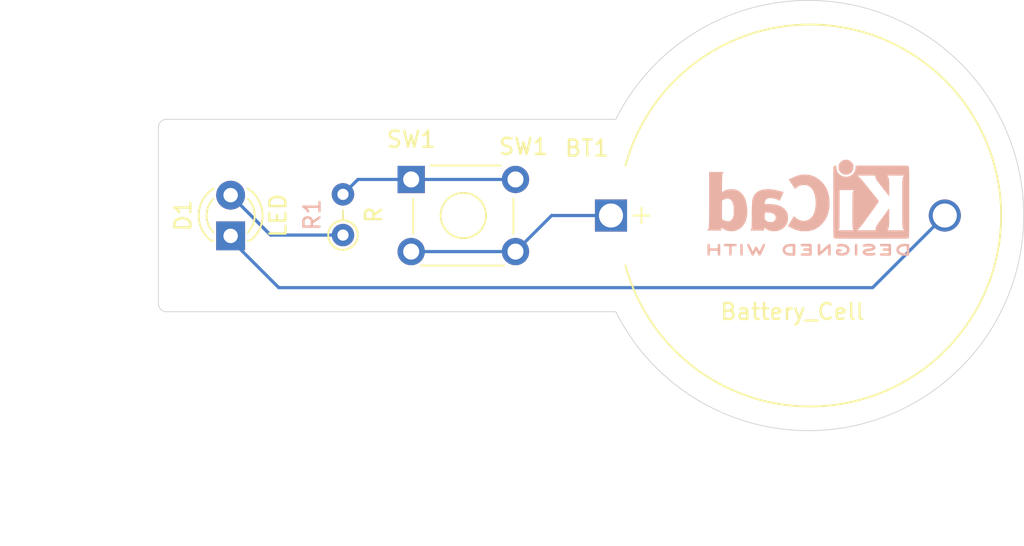
<source format=kicad_pcb>
(kicad_pcb (version 20241229) (generator "pcbnew") (generator_version "9.0")
  (title_block (date "2025-09-30"))
  (layers (0 "F.Cu" signal) (2 "B.Cu" signal) (13 "F.Paste" user) (15 "B.Paste" user) (5 "F.SilkS" user "F.Silkscreen") (7 "B.SilkS" user "B.Silkscreen") (1 "F.Mask" user) (3 "B.Mask" user) (25 "Edge.Cuts" user))
  (net 0 "")
  (net 1 "/battery_positive")
  (net 2 "/LED_cathode")
  (net 3 "/LED_anode")
  (net 4 "Net-(SW1-A)")
  (footprint "LED_THT:LED_D3.0mm" (layer "F.Cu") (at 123.5 96.77 90)
    (property "Reference" "D1" (at 1.27 -2.96 90) (layer "F.SilkS"))
    (property "Value" "LED" (at 1.27 2.96 90) (layer "F.SilkS"))
    (fp_line (start -0.29 -1.236) (end -0.29 -1.08) (stroke (width 0.12)) (layer "F.SilkS"))
    (fp_line (start -0.29 1.08) (end -0.29 1.236) (stroke (width 0.12)) (layer "F.SilkS"))
    (fp_arc (start -0.29 -1.235516) (mid 1.365624 -1.987701) (end 2.941397 -1.080061) (stroke (width 0.12)) (layer "F.SilkS"))
    (fp_arc (start 0.229039 -1.08) (mid 1.269964 -1.5) (end 2.31091 -1.080049) (stroke (width 0.12)) (layer "F.SilkS"))
    (fp_arc (start 2.31091 1.080049) (mid 1.269964 1.5) (end 0.229039 1.08) (stroke (width 0.12)) (layer "F.SilkS"))
    (fp_arc (start 2.941397 1.080061) (mid 1.365624 1.987701) (end -0.29 1.235516) (stroke (width 0.12)) (layer "F.SilkS"))
    (pad "1" thru_hole rect (at 0 0 90) (size 1.8 1.8) (drill 0.9) (layers "*.Cu" "*.Mask") (net 2 "/LED_cathode"))
    (pad "2" thru_hole circle (at 2.54 0 90) (size 1.8 1.8) (drill 0.9) (layers "*.Cu" "*.Mask") (net 3 "/LED_anode"))
  )
  (footprint "Resistor_THT:R_Axial_DIN0204_L3.6mm_D1.6mm_P2.54mm_Vertical" (layer "F.Cu") (at 130.5 96.72 90)
    (property "Reference" "R1" (at 1.27 -1.92 90) (layer "B.SilkS"))
    (property "Value" "R" (at 1.27 1.92 90) (layer "F.SilkS"))
    (fp_line (start 0.92 0) (end 1.54 0) (stroke (width 0.12)) (layer "F.SilkS"))
    (fp_circle (center 0 0) (end 0.92 0) (stroke (width 0.12)) (fill no) (layer "F.SilkS"))
    (pad "1" thru_hole circle (at 0 0 90) (size 1.4 1.4) (drill 0.7) (layers "*.Cu" "*.Mask") (net 3 "/LED_anode"))
    (pad "2" thru_hole oval (at 2.54 0 90) (size 1.4 1.4) (drill 0.7) (layers "*.Cu" "*.Mask") (net 4 "Net-(SW1-A)"))
  )
  (footprint "Button_Switch_THT:SW_TH_Tactile_Omron_B3F-10xx" (layer "F.Cu") (at 134.75 93.25)
    (property "Reference" "SW1" (at 7 -2.05 0) (layer "F.SilkS"))
    (property "Value" "SW_SPST" (hide yes))
    (fp_line (start 0.13 3.4) (end 0.13 1.2) (stroke (width 0.12)) (layer "F.SilkS"))
    (fp_line (start 0.6 5.37) (end 5.8 5.37) (stroke (width 0.12)) (layer "F.SilkS"))
    (fp_line (start 1.2 -0.87) (end 5.6 -0.87) (stroke (width 0.12)) (layer "F.SilkS"))
    (fp_line (start 6.37 1.2) (end 6.37 3.4) (stroke (width 0.12)) (layer "F.SilkS"))
    (fp_circle (center 3.25 2.25) (end 4.25 3.25) (stroke (width 0.12)) (fill no) (layer "F.SilkS"))
    (fp_text user "${REFERENCE}" (at 0 -2.5 0) (layer "F.SilkS"))
    (pad "1" thru_hole rect (at 0 0) (size 1.7 1.7) (drill 1) (layers "*.Cu" "*.Mask") (net 4 "Net-(SW1-A)"))
    (pad "1" thru_hole circle (at 6.5 0) (size 1.7 1.7) (drill 1) (layers "*.Cu" "*.Mask") (net 4 "Net-(SW1-A)"))
    (pad "2" thru_hole circle (at 0 4.5) (size 1.7 1.7) (drill 1) (layers "*.Cu" "*.Mask") (net 1 "/battery_positive"))
    (pad "2" thru_hole circle (at 6.5 4.5) (size 1.7 1.7) (drill 1) (layers "*.Cu" "*.Mask") (net 1 "/battery_positive"))
  )
  (footprint "Battery:BatteryHolder_MYOUNG_BS-07-A1BJ001_CR2032" (layer "F.Cu") (at 147.2 95.5)
    (property "Reference" "BT1" (at -1.5 -4.2 0) (layer "F.SilkS"))
    (property "Value" "Battery_Cell" (at 11.3 6 0) (layer "F.SilkS"))
    (fp_line (start 1.4 0) (end 2.4 0) (stroke (width 0.12)) (layer "F.SilkS"))
    (fp_line (start 1.9 -0.5) (end 1.9 0.5) (stroke (width 0.12)) (layer "F.SilkS"))
    (fp_arc (start 0.900001 -3.1) (mid 24.310499 0) (end 0.900001 3.1) (stroke (width 0.12)) (layer "F.SilkS"))
    (pad "1" thru_hole rect (at 0 0 180) (size 2 2) (drill 1.5) (layers "*.Cu" "*.Mask") (net 1 "/battery_positive"))
    (pad "2" thru_hole circle (at 20.8 0 180) (size 2 2) (drill 1.5) (layers "*.Cu" "*.Mask") (net 2 "/LED_cathode"))
  )
  (footprint "Symbol:KiCad-Logo2_5mm_SilkScreen" (layer "B.Cu") (at 159.5 95 180)
    (property "Reference" "REF**" (hide yes))
    (property "Value" "KiCad-Logo2_5mm_SilkScreen" (hide yes))
    (fp_poly (pts (xy 4.188614 -2.275877) (xy 4.212327 -2.290647) (xy 4.238978 -2.312227) (xy 4.238978 -2.633773) (xy 4.238893 -2.72783) (xy 4.238529 -2.801932) (xy 4.237724 -2.858704) (xy 4.236313 -2.900768) (xy 4.234133 -2.930748) (xy 4.231021 -2.951267) (xy 4.226814 -2.964949) (xy 4.221348 -2.974416) (xy 4.217472 -2.979082) (xy 4.186034 -2.999575) (xy 4.150233 -2.998739) (xy 4.118873 -2.981264) (xy 4.092222 -2.959684) (xy 4.092222 -2.312227) (xy 4.118873 -2.290647) (xy 4.144594 -2.274949) (xy 4.1656 -2.269067) (xy 4.188614 -2.275877)) (stroke (width 0.01)) (fill yes) (layer "B.SilkS"))
    (fp_poly (pts (xy -2.923822 -2.291645) (xy -2.917242 -2.299218) (xy -2.912079 -2.308987) (xy -2.908164 -2.323571) (xy -2.905324 -2.345585) (xy -2.903387 -2.377648) (xy -2.902183 -2.422375) (xy -2.901539 -2.482385) (xy -2.901284 -2.560294) (xy -2.901245 -2.635956) (xy -2.901314 -2.729802) (xy -2.901638 -2.803689) (xy -2.902386 -2.860232) (xy -2.903732 -2.902049) (xy -2.905846 -2.931757) (xy -2.9089 -2.951973) (xy -2.913066 -2.965314) (xy -2.918516 -2.974398) (xy -2.923822 -2.980267) (xy -2.956826 -2.999947) (xy -2.991991 -2.998181) (xy -3.023455 -2.976717) (xy -3.030684 -2.968337) (xy -3.036334 -2.958614) (xy -3.040599 -2.944861) (xy -3.043673 -2.924389) (xy -3.045752 -2.894512) (xy -3.04703 -2.852541) (xy -3.047701 -2.795789) (xy -3.047959 -2.721567) (xy -3.048 -2.637537) (xy -3.048 -2.324485) (xy -3.020291 -2.296776) (xy -2.986137 -2.273463) (xy -2.953006 -2.272623) (xy -2.923822 -2.291645)) (stroke (width 0.01)) (fill yes) (layer "B.SilkS"))
    (fp_poly (pts (xy -2.273043 2.973429) (xy -2.176768 2.949191) (xy -2.090184 2.906359) (xy -2.015373 2.846581) (xy -1.954418 2.771506) (xy -1.909399 2.68278) (xy -1.883136 2.58647) (xy -1.877286 2.489205) (xy -1.89214 2.395346) (xy -1.92584 2.307489) (xy -1.976528 2.22823) (xy -2.042345 2.160164) (xy -2.121434 2.105888) (xy -2.211934 2.067998) (xy -2.2632 2.055574) (xy -2.307698 2.048053) (xy -2.341999 2.045081) (xy -2.37496 2.046906) (xy -2.415434 2.053775) (xy -2.448531 2.06075) (xy -2.541947 2.092259) (xy -2.625619 2.143383) (xy -2.697665 2.212571) (xy -2.7562 2.298272) (xy -2.770148 2.325511) (xy -2.786586 2.361878) (xy -2.796894 2.392418) (xy -2.80246 2.42455) (xy -2.804669 2.465693) (xy -2.804948 2.511778) (xy -2.800861 2.596135) (xy -2.787446 2.665414) (xy -2.762256 2.726039) (xy -2.722846 2.784433) (xy -2.684298 2.828698) (xy -2.612406 2.894516) (xy -2.537313 2.939947) (xy -2.454562 2.96715) (xy -2.376928 2.977424) (xy -2.273043 2.973429)) (stroke (width 0.01)) (fill yes) (layer "B.SilkS"))
    (fp_poly (pts (xy 4.963065 -2.269163) (xy 5.041772 -2.269542) (xy 5.102863 -2.270333) (xy 5.148817 -2.27167) (xy 5.182114 -2.273683) (xy 5.205236 -2.276506) (xy 5.220662 -2.280269) (xy 5.230871 -2.285105) (xy 5.235813 -2.288822) (xy 5.261457 -2.321358) (xy 5.264559 -2.355138) (xy 5.248711 -2.385826) (xy 5.238348 -2.398089) (xy 5.227196 -2.40645) (xy 5.211035 -2.411657) (xy 5.185642 -2.414457) (xy 5.146798 -2.415596) (xy 5.09028 -2.415821) (xy 5.07918 -2.415822) (xy 4.933244 -2.415822) (xy 4.933244 -2.686756) (xy 4.933148 -2.772154) (xy 4.932711 -2.837864) (xy 4.931712 -2.886774) (xy 4.929928 -2.921773) (xy 4.927137 -2.945749) (xy 4.923117 -2.961593) (xy 4.917645 -2.972191) (xy 4.910666 -2.980267) (xy 4.877734 -3.000112) (xy 4.843354 -2.998548) (xy 4.812176 -2.975906) (xy 4.809886 -2.9731) (xy 4.802429 -2.962492) (xy 4.796747 -2.950081) (xy 4.792601 -2.93285) (xy 4.78975 -2.907784) (xy 4.787954 -2.871867) (xy 4.786972 -2.822083) (xy 4.786564 -2.755417) (xy 4.786489 -2.679589) (xy 4.786489 -2.415822) (xy 4.647127 -2.415822) (xy 4.587322 -2.415418) (xy 4.545918 -2.41384) (xy 4.518748 -2.410547) (xy 4.501646 -2.404992) (xy 4.490443 -2.396631) (xy 4.489083 -2.395178) (xy 4.472725 -2.361939) (xy 4.474172 -2.324362) (xy 4.492978 -2.291645) (xy 4.50025 -2.285298) (xy 4.509627 -2.280266) (xy 4.523609 -2.276396) (xy 4.544696 -2.273537) (xy 4.575389 -2.271535) (xy 4.618189 -2.270239) (xy 4.675595 -2.269498) (xy 4.75011 -2.269158) (xy 4.844233 -2.269068) (xy 4.86426 -2.269067) (xy 4.963065 -2.269163)) (stroke (width 0.01)) (fill yes) (layer "B.SilkS"))
    (fp_poly (pts (xy 6.228823 -2.274533) (xy 6.260202 -2.296776) (xy 6.287911 -2.324485) (xy 6.287911 -2.63392) (xy 6.287838 -2.725799) (xy 6.287495 -2.79784) (xy 6.286692 -2.85278) (xy 6.285241 -2.89336) (xy 6.282952 -2.922317) (xy 6.279636 -2.942391) (xy 6.275105 -2.956321) (xy 6.269169 -2.966845) (xy 6.264514 -2.9731) (xy 6.233783 -2.997673) (xy 6.198496 -3.000341) (xy 6.166245 -2.985271) (xy 6.155588 -2.976374) (xy 6.148464 -2.964557) (xy 6.144167 -2.945526) (xy 6.141991 -2.914992) (xy 6.141228 -2.868662) (xy 6.141155 -2.832871) (xy 6.141155 -2.698045) (xy 5.644444 -2.698045) (xy 5.644444 -2.8207) (xy 5.643931 -2.876787) (xy 5.641876 -2.915333) (xy 5.637508 -2.941361) (xy 5.630056 -2.959897) (xy 5.621047 -2.9731) (xy 5.590144 -2.997604) (xy 5.555196 -3.000506) (xy 5.521738 -2.983089) (xy 5.512604 -2.973959) (xy 5.506152 -2.961855) (xy 5.501897 -2.943001) (xy 5.499352 -2.91362) (xy 5.498029 -2.869937) (xy 5.497443 -2.808175) (xy 5.497375 -2.794) (xy 5.496891 -2.677631) (xy 5.496641 -2.581727) (xy 5.496723 -2.504177) (xy 5.497231 -2.442869) (xy 5.498262 -2.39569) (xy 5.499913 -2.36053) (xy 5.502279 -2.335276) (xy 5.505457 -2.317817) (xy 5.509544 -2.306041) (xy 5.514634 -2.297835) (xy 5.520266 -2.291645) (xy 5.552128 -2.271844) (xy 5.585357 -2.274533) (xy 5.616735 -2.296776) (xy 5.629433 -2.311126) (xy 5.637526 -2.326978) (xy 5.642042 -2.349554) (xy 5.644006 -2.384078) (xy 5.644444 -2.435776) (xy 5.644444 -2.551289) (xy 6.141155 -2.551289) (xy 6.141155 -2.432756) (xy 6.141662 -2.378148) (xy 6.143698 -2.341275) (xy 6.148035 -2.317307) (xy 6.155447 -2.301415) (xy 6.163733 -2.291645) (xy 6.195594 -2.271844) (xy 6.228823 -2.274533)) (stroke (width 0.01)) (fill yes) (layer "B.SilkS"))
    (fp_poly (pts (xy 1.018309 -2.269275) (xy 1.147288 -2.273636) (xy 1.256991 -2.286861) (xy 1.349226 -2.309741) (xy 1.425802 -2.34307) (xy 1.488527 -2.387638) (xy 1.539212 -2.444236) (xy 1.579663 -2.513658) (xy 1.580459 -2.515351) (xy 1.604601 -2.577483) (xy 1.613203 -2.632509) (xy 1.606231 -2.687887) (xy 1.583654 -2.751073) (xy 1.579372 -2.760689) (xy 1.550172 -2.816966) (xy 1.517356 -2.860451) (xy 1.475002 -2.897417) (xy 1.41719 -2.934135) (xy 1.413831 -2.936052) (xy 1.363504 -2.960227) (xy 1.306621 -2.978282) (xy 1.239527 -2.990839) (xy 1.158565 -2.998522) (xy 1.060082 -3.001953) (xy 1.025286 -3.002251) (xy 0.859594 -3.002845) (xy 0.836197 -2.9731) (xy 0.829257 -2.963319) (xy 0.823842 -2.951897) (xy 0.819765 -2.936095) (xy 0.816837 -2.913175) (xy 0.814867 -2.880396) (xy 0.814225 -2.856089) (xy 0.970844 -2.856089) (xy 1.064726 -2.856089) (xy 1.119664 -2.854483) (xy 1.17606 -2.850255) (xy 1.222345 -2.844292) (xy 1.225139 -2.84379) (xy 1.307348 -2.821736) (xy 1.371114 -2.7886) (xy 1.418452 -2.742847) (xy 1.451382 -2.682939) (xy 1.457108 -2.667061) (xy 1.462721 -2.642333) (xy 1.460291 -2.617902) (xy 1.448467 -2.5854) (xy 1.44134 -2.569434) (xy 1.418 -2.527006) (xy 1.38988 -2.49724) (xy 1.35894 -2.476511) (xy 1.296966 -2.449537) (xy 1.217651 -2.429998) (xy 1.125253 -2.418746) (xy 1.058333 -2.41627) (xy 0.970844 -2.415822) (xy 0.970844 -2.856089) (xy 0.814225 -2.856089) (xy 0.813668 -2.835021) (xy 0.81305 -2.774311) (xy 0.812825 -2.695526) (xy 0.8128 -2.63392) (xy 0.8128 -2.324485) (xy 0.840509 -2.296776) (xy 0.852806 -2.285544) (xy 0.866103 -2.277853) (xy 0.884672 -2.27304) (xy 0.912786 -2.270446) (xy 0.954717 -2.26941) (xy 1.014737 -2.26927) (xy 1.018309 -2.269275)) (stroke (width 0.01)) (fill yes) (layer "B.SilkS"))
    (fp_poly (pts (xy -6.121371 -2.269066) (xy -6.081889 -2.269467) (xy -5.9662 -2.272259) (xy -5.869311 -2.28055) (xy -5.787919 -2.295232) (xy -5.718723 -2.317193) (xy -5.65842 -2.347322) (xy -5.603708 -2.38651) (xy -5.584167 -2.403532) (xy -5.55175 -2.443363) (xy -5.52252 -2.497413) (xy -5.499991 -2.557323) (xy -5.487679 -2.614739) (xy -5.4864 -2.635956) (xy -5.494417 -2.694769) (xy -5.515899 -2.759013) (xy -5.546999 -2.819821) (xy -5.583866 -2.86833) (xy -5.589854 -2.874182) (xy -5.640579 -2.915321) (xy -5.696125 -2.947435) (xy -5.759696 -2.971365) (xy -5.834494 -2.987953) (xy -5.923722 -2.998041) (xy -6.030582 -3.002469) (xy -6.079528 -3.002845) (xy -6.141762 -3.002545) (xy -6.185528 -3.001292) (xy -6.214931 -2.998554) (xy -6.234079 -2.993801) (xy -6.247077 -2.986501) (xy -6.254045 -2.980267) (xy -6.260626 -2.972694) (xy -6.265788 -2.962924) (xy -6.269703 -2.94834) (xy -6.272543 -2.926326) (xy -6.27448 -2.894264) (xy -6.275684 -2.849536) (xy -6.276328 -2.789526) (xy -6.276583 -2.711617) (xy -6.276622 -2.635956) (xy -6.27687 -2.535041) (xy -6.276817 -2.454427) (xy -6.275857 -2.415822) (xy -6.129867 -2.415822) (xy -6.129867 -2.856089) (xy -6.036734 -2.856004) (xy -5.980693 -2.854396) (xy -5.921999 -2.850256) (xy -5.873028 -2.844464) (xy -5.871538 -2.844226) (xy -5.792392 -2.82509) (xy -5.731002 -2.795287) (xy -5.684305 -2.752878) (xy -5.654635 -2.706961) (xy -5.636353 -2.656026) (xy -5.637771 -2.6082) (xy -5.658988 -2.556933) (xy -5.700489 -2.503899) (xy -5.757998 -2.4646) (xy -5.83275 -2.438331) (xy -5.882708 -2.429035) (xy -5.939416 -2.422507) (xy -5.999519 -2.417782) (xy -6.050639 -2.415817) (xy -6.053667 -2.415808) (xy -6.129867 -2.415822) (xy -6.275857 -2.415822) (xy -6.27526 -2.391851) (xy -6.270998 -2.345055) (xy -6.26283 -2.311778) (xy -6.249556 -2.289759) (xy -6.229974 -2.276739) (xy -6.202883 -2.270457) (xy -6.167082 -2.268653) (xy -6.121371 -2.269066)) (stroke (width 0.01)) (fill yes) (layer "B.SilkS"))
    (fp_poly (pts (xy -1.300114 -2.273448) (xy -1.276548 -2.287273) (xy -1.245735 -2.309881) (xy -1.206078 -2.342338) (xy -1.15598 -2.385708) (xy -1.093843 -2.441058) (xy -1.018072 -2.509451) (xy -0.931334 -2.588084) (xy -0.750711 -2.751878) (xy -0.745067 -2.532029) (xy -0.743029 -2.456351) (xy -0.741063 -2.399994) (xy -0.738734 -2.359706) (xy -0.735606 -2.332235) (xy -0.731245 -2.314329) (xy -0.725216 -2.302737) (xy -0.717084 -2.294208) (xy -0.712772 -2.290623) (xy -0.678241 -2.27167) (xy -0.645383 -2.274441) (xy -0.619318 -2.290633) (xy -0.592667 -2.312199) (xy -0.589352 -2.627151) (xy -0.588435 -2.719779) (xy -0.587968 -2.792544) (xy -0.588113 -2.848161) (xy -0.589032 -2.889342) (xy -0.590887 -2.918803) (xy -0.593839 -2.939255) (xy -0.59805 -2.953413) (xy -0.603682 -2.963991) (xy -0.609927 -2.972474) (xy -0.623439 -2.988207) (xy -0.636883 -2.998636) (xy -0.652124 -3.002639) (xy -0.671026 -2.999094) (xy -0.695455 -2.986879) (xy -0.727273 -2.964871) (xy -0.768348 -2.931949) (xy -0.820542 -2.886991) (xy -0.885722 -2.828875) (xy -0.959556 -2.762099) (xy -1.224845 -2.521458) (xy -1.230489 -2.740589) (xy -1.232531 -2.816128) (xy -1.234502 -2.872354) (xy -1.236839 -2.912524) (xy -1.239981 -2.939896) (xy -1.244364 -2.957728) (xy -1.250424 -2.969279) (xy -1.2586 -2.977807) (xy -1.262784 -2.981282) (xy -1.299765 -3.000372) (xy -1.334708 -2.997493) (xy -1.365136 -2.9731) (xy -1.372097 -2.963286) (xy -1.377523 -2.951826) (xy -1.381603 -2.935968) (xy -1.384529 -2.912963) (xy -1.386492 -2.880062) (xy -1.387683 -2.834516) (xy -1.388292 -2.773573) (xy -1.388511 -2.694486) (xy -1.388534 -2.635956) (xy -1.38846 -2.544407) (xy -1.388113 -2.472687) (xy -1.387301 -2.418045) (xy -1.385833 -2.377732) (xy -1.383519 -2.348998) (xy -1.380167 -2.329093) (xy -1.375588 -2.315268) (xy -1.369589 -2.304772) (xy -1.365136 -2.298811) (xy -1.35385 -2.284691) (xy -1.343301 -2.274029) (xy -1.331893 -2.267892) (xy -1.31803 -2.267343) (xy -1.300114 -2.273448)) (stroke (width 0.01)) (fill yes) (layer "B.SilkS"))
    (fp_poly (pts (xy -1.950081 -2.274599) (xy -1.881565 -2.286095) (xy -1.828943 -2.303967) (xy -1.794708 -2.327499) (xy -1.785379 -2.340924) (xy -1.775893 -2.372148) (xy -1.782277 -2.400395) (xy -1.80243 -2.427182) (xy -1.833745 -2.439713) (xy -1.879183 -2.438696) (xy -1.914326 -2.431906) (xy -1.992419 -2.418971) (xy -2.072226 -2.417742) (xy -2.161555 -2.428241) (xy -2.186229 -2.43269) (xy -2.269291 -2.456108) (xy -2.334273 -2.490945) (xy -2.380461 -2.536604) (xy -2.407145 -2.592494) (xy -2.412663 -2.621388) (xy -2.409051 -2.680012) (xy -2.385729 -2.731879) (xy -2.344824 -2.775978) (xy -2.288459 -2.811299) (xy -2.21876 -2.836829) (xy -2.137852 -2.851559) (xy -2.04786 -2.854478) (xy -1.95091 -2.844575) (xy -1.945436 -2.843641) (xy -1.906875 -2.836459) (xy -1.885494 -2.829521) (xy -1.876227 -2.819227) (xy -1.874006 -2.801976) (xy -1.873956 -2.792841) (xy -1.873956 -2.754489) (xy -1.942431 -2.754489) (xy -2.0029 -2.750347) (xy -2.044165 -2.737147) (xy -2.068175 -2.71373) (xy -2.076877 -2.678936) (xy -2.076983 -2.674394) (xy -2.071892 -2.644654) (xy -2.054433 -2.623419) (xy -2.021939 -2.609366) (xy -1.971743 -2.601173) (xy -1.923123 -2.598161) (xy -1.852456 -2.596433) (xy -1.801198 -2.59907) (xy -1.766239 -2.6088) (xy -1.74447 -2.628353) (xy -1.73278 -2.660456) (xy -1.72806 -2.707838) (xy -1.7272 -2.770071) (xy -1.728609 -2.839535) (xy -1.732848 -2.886786) (xy -1.739936 -2.912012) (xy -1.741311 -2.913988) (xy -1.780228 -2.945508) (xy -1.837286 -2.97047) (xy -1.908869 -2.98834) (xy -1.991358 -2.998586) (xy -2.081139 -3.000673) (xy -2.174592 -2.994068) (xy -2.229556 -2.985956) (xy -2.315766 -2.961554) (xy -2.395892 -2.921662) (xy -2.462977 -2.869887) (xy -2.473173 -2.859539) (xy -2.506302 -2.816035) (xy -2.536194 -2.762118) (xy -2.559357 -2.705592) (xy -2.572298 -2.654259) (xy -2.573858 -2.634544) (xy -2.567218 -2.593419) (xy -2.549568 -2.542252) (xy -2.524297 -2.488394) (xy -2.494789 -2.439195) (xy -2.468719 -2.406334) (xy -2.407765 -2.357452) (xy -2.328969 -2.318545) (xy -2.235157 -2.290494) (xy -2.12915 -2.274179) (xy -2.032 -2.270192) (xy -1.950081 -2.274599)) (stroke (width 0.01)) (fill yes) (layer "B.SilkS"))
    (fp_poly (pts (xy 0.230343 -2.26926) (xy 0.306701 -2.270174) (xy 0.365217 -2.272311) (xy 0.408255 -2.276175) (xy 0.438183 -2.282267) (xy 0.457368 -2.29109) (xy 0.468176 -2.303146) (xy 0.472973 -2.318939) (xy 0.474127 -2.33897) (xy 0.474133 -2.341335) (xy 0.473131 -2.363992) (xy 0.468396 -2.381503) (xy 0.457333 -2.394574) (xy 0.437348 -2.403913) (xy 0.405846 -2.410227) (xy 0.360232 -2.414222) (xy 0.297913 -2.416606) (xy 0.216293 -2.418086) (xy 0.191277 -2.418414) (xy -0.0508 -2.421467) (xy -0.054186 -2.486378) (xy -0.057571 -2.551289) (xy 0.110576 -2.551289) (xy 0.176266 -2.551531) (xy 0.223172 -2.552556) (xy 0.255083 -2.554811) (xy 0.275791 -2.558742) (xy 0.289084 -2.564798) (xy 0.298755 -2.573424) (xy 0.298817 -2.573493) (xy 0.316356 -2.607112) (xy 0.315722 -2.643448) (xy 0.297314 -2.674423) (xy 0.293671 -2.677607) (xy 0.280741 -2.685812) (xy 0.263024 -2.691521) (xy 0.23657 -2.695162) (xy 0.197432 -2.697167) (xy 0.141662 -2.697964) (xy 0.105994 -2.698045) (xy -0.056445 -2.698045) (xy -0.056445 -2.856089) (xy 0.190161 -2.856089) (xy 0.27158 -2.856231) (xy 0.33341 -2.856814) (xy 0.378637 -2.858068) (xy 0.410248 -2.860227) (xy 0.431231 -2.863523) (xy 0.444573 -2.868189) (xy 0.453261 -2.874457) (xy 0.45545 -2.876733) (xy 0.471614 -2.90828) (xy 0.472797 -2.944168) (xy 0.459536 -2.975285) (xy 0.449043 -2.985271) (xy 0.438129 -2.990769) (xy 0.421217 -2.995022) (xy 0.395633 -2.99818) (xy 0.358701 -3.000392) (xy 0.307746 -3.001806) (xy 0.240094 -3.002572) (xy 0.153069 -3.002838) (xy 0.133394 -3.002845) (xy 0.044911 -3.002787) (xy -0.023773 -3.002467) (xy -0.075436 -3.001667) (xy -0.112855 -3.000167) (xy -0.13881 -2.997749) (xy -0.156078 -2.994194) (xy -0.167438 -2.989282) (xy -0.175668 -2.982795) (xy -0.180183 -2.978138) (xy -0.186979 -2.969889) (xy -0.192288 -2.959669) (xy -0.196294 -2.9448) (xy -0.199179 -2.922602) (xy -0.201126 -2.890393) (xy -0.202319 -2.845496) (xy -0.202939 -2.785228) (xy -0.203171 -2.706911) (xy -0.2032 -2.640994) (xy -0.203129 -2.548628) (xy -0.202792 -2.476117) (xy -0.202002 -2.420737) (xy -0.200574 -2.379765) (xy -0.198321 -2.350478) (xy -0.195057 -2.330153) (xy -0.190596 -2.316066) (xy -0.184752 -2.305495) (xy -0.179803 -2.298811) (xy -0.156406 -2.269067) (xy 0.133774 -2.269067) (xy 0.230343 -2.26926)) (stroke (width 0.01)) (fill yes) (layer "B.SilkS"))
    (fp_poly (pts (xy -4.712794 -2.269146) (xy -4.643386 -2.269518) (xy -4.590997 -2.270385) (xy -4.552847 -2.271946) (xy -4.526159 -2.274403) (xy -4.508153 -2.277957) (xy -4.496049 -2.28281) (xy -4.487069 -2.289161) (xy -4.483818 -2.292084) (xy -4.464043 -2.323142) (xy -4.460482 -2.358828) (xy -4.473491 -2.39051) (xy -4.479506 -2.396913) (xy -4.489235 -2.403121) (xy -4.504901 -2.40791) (xy -4.529408 -2.411514) (xy -4.565661 -2.414164) (xy -4.616565 -2.416095) (xy -4.685026 -2.417539) (xy -4.747617 -2.418418) (xy -4.995334 -2.421467) (xy -4.998719 -2.486378) (xy -5.002105 -2.551289) (xy -4.833958 -2.551289) (xy -4.760959 -2.551919) (xy -4.707517 -2.554553) (xy -4.670628 -2.560309) (xy -4.647288 -2.570304) (xy -4.634494 -2.585656) (xy -4.629242 -2.607482) (xy -4.628445 -2.627738) (xy -4.630923 -2.652592) (xy -4.640277 -2.670906) (xy -4.659383 -2.683637) (xy -4.691118 -2.691741) (xy -4.738359 -2.696176) (xy -4.803983 -2.697899) (xy -4.839801 -2.698045) (xy -5.000978 -2.698045) (xy -5.000978 -2.856089) (xy -4.752622 -2.856089) (xy -4.671213 -2.856202) (xy -4.609342 -2.856712) (xy -4.563968 -2.85787) (xy -4.532054 -2.85993) (xy -4.510559 -2.863146) (xy -4.496443 -2.867772) (xy -4.486668 -2.874059) (xy -4.481689 -2.878667) (xy -4.46461 -2.90556) (xy -4.459111 -2.929467) (xy -4.466963 -2.958667) (xy -4.481689 -2.980267) (xy -4.489546 -2.987066) (xy -4.499688 -2.992346) (xy -4.514844 -2.996298) (xy -4.537741 -2.999113) (xy -4.571109 -3.000982) (xy -4.617675 -3.002098) (xy -4.680167 -3.002651) (xy -4.761314 -3.002833) (xy -4.803422 -3.002845) (xy -4.893598 -3.002765) (xy -4.963924 -3.002398) (xy -5.017129 -3.001552) (xy -5.05594 -3.000036) (xy -5.083087 -2.997659) (xy -5.101298 -2.994229) (xy -5.1133 -2.989554) (xy -5.121822 -2.983444) (xy -5.125156 -2.980267) (xy -5.131755 -2.97267) (xy -5.136927 -2.96287) (xy -5.140846 -2.948239) (xy -5.143684 -2.926152) (xy -5.145615 -2.893982) (xy -5.146812 -2.849103) (xy -5.147448 -2.788889) (xy -5.147697 -2.710713) (xy -5.147734 -2.637923) (xy -5.1477 -2.544707) (xy -5.147465 -2.471431) (xy -5.14683 -2.415458) (xy -5.145594 -2.374151) (xy -5.143556 -2.344872) (xy -5.140517 -2.324984) (xy -5.136277 -2.31185) (xy -5.130635 -2.302832) (xy -5.123391 -2.295293) (xy -5.121606 -2.293612) (xy -5.112945 -2.286172) (xy -5.102882 -2.280409) (xy -5.088625 -2.276112) (xy -5.067383 -2.273064) (xy -5.036364 -2.271051) (xy -4.992777 -2.26986) (xy -4.933831 -2.269275) (xy -4.856734 -2.269083) (xy -4.802001 -2.269067) (xy -4.712794 -2.269146)) (stroke (width 0.01)) (fill yes) (layer "B.SilkS"))
    (fp_poly (pts (xy 3.744665 -2.271034) (xy 3.764255 -2.278035) (xy 3.76501 -2.278377) (xy 3.791613 -2.298678) (xy 3.80627 -2.319561) (xy 3.809138 -2.329352) (xy 3.808996 -2.342361) (xy 3.804961 -2.360895) (xy 3.796146 -2.387257) (xy 3.781669 -2.423752) (xy 3.760645 -2.472687) (xy 3.732188 -2.536365) (xy 3.695415 -2.617093) (xy 3.675175 -2.661216) (xy 3.638625 -2.739985) (xy 3.604315 -2.812423) (xy 3.573552 -2.87588) (xy 3.547648 -2.927708) (xy 3.52791 -2.965259) (xy 3.51565 -2.985884) (xy 3.513224 -2.988733) (xy 3.482183 -3.001302) (xy 3.447121 -2.999619) (xy 3.419 -2.984332) (xy 3.417854 -2.983089) (xy 3.406668 -2.966154) (xy 3.387904 -2.93317) (xy 3.363875 -2.88838) (xy 3.336897 -2.836032) (xy 3.327201 -2.816742) (xy 3.254014 -2.67015) (xy 3.17424 -2.829393) (xy 3.145767 -2.884415) (xy 3.11935 -2.932132) (xy 3.097148 -2.968893) (xy 3.081319 -2.991044) (xy 3.075954 -2.995741) (xy 3.034257 -3.002102) (xy 2.999849 -2.988733) (xy 2.989728 -2.974446) (xy 2.972214 -2.942692) (xy 2.948735 -2.896597) (xy 2.92072 -2.839285) (xy 2.889599 -2.77388) (xy 2.856799 -2.703507) (xy 2.82375 -2.631291) (xy 2.791881 -2.560355) (xy 2.762619 -2.493825) (xy 2.737395 -2.434826) (xy 2.717636 -2.386481) (xy 2.704772 -2.351915) (xy 2.700231 -2.334253) (xy 2.700277 -2.333613) (xy 2.711326 -2.311388) (xy 2.73341 -2.288753) (xy 2.73471 -2.287768) (xy 2.761853 -2.272425) (xy 2.786958 -2.272574) (xy 2.796368 -2.275466) (xy 2.807834 -2.281718) (xy 2.82001 -2.294014) (xy 2.834357 -2.314908) (xy 2.852336 -2.346949) (xy 2.875407 -2.392688) (xy 2.90503 -2.454677) (xy 2.931745 -2.511898) (xy 2.96248 -2.578226) (xy 2.990021 -2.637874) (xy 3.012938 -2.687725) (xy 3.029798 -2.724664) (xy 3.039173 -2.745573) (xy 3.04054 -2.748845) (xy 3.046689 -2.743497) (xy 3.060822 -2.721109) (xy 3.081057 -2.684946) (xy 3.105515 -2.638277) (xy 3.115248 -2.619022) (xy 3.148217 -2.554004) (xy 3.173643 -2.506654) (xy 3.193612 -2.474219) (xy 3.21021 -2.453946) (xy 3.225524 -2.443082) (xy 3.24164 -2.438875) (xy 3.252143 -2.4384) (xy 3.27067 -2.440042) (xy 3.286904 -2.446831) (xy 3.303035 -2.461566) (xy 3.321251 -2.487044) (xy 3.343739 -2.526061) (xy 3.372689 -2.581414) (xy 3.388662 -2.612903) (xy 3.41457 -2.663087) (xy 3.437167 -2.704704) (xy 3.454458 -2.734242) (xy 3.46445 -2.748189) (xy 3.465809 -2.74877) (xy 3.472261 -2.737793) (xy 3.486708 -2.70929) (xy 3.507703 -2.666244) (xy 3.533797 -2.611638) (xy 3.563546 -2.548454) (xy 3.57818 -2.517071) (xy 3.61625 -2.436078) (xy 3.646905 -2.373756) (xy 3.671737 -2.328071) (xy 3.692337 -2.296989) (xy 3.710298 -2.278478) (xy 3.72721 -2.270504) (xy 3.744665 -2.271034)) (stroke (width 0.01)) (fill yes) (layer "B.SilkS"))
    (fp_poly (pts (xy -3.691703 -2.270351) (xy -3.616888 -2.275581) (xy -3.547306 -2.28375) (xy -3.487002 -2.29455) (xy -3.44002 -2.307673) (xy -3.410406 -2.322813) (xy -3.40586 -2.327269) (xy -3.390054 -2.36185) (xy -3.394847 -2.397351) (xy -3.419364 -2.427725) (xy -3.420534 -2.428596) (xy -3.434954 -2.437954) (xy -3.450008 -2.442876) (xy -3.471005 -2.443473) (xy -3.503257 -2.439861) (xy -3.552073 -2.432154) (xy -3.556 -2.431505) (xy -3.628739 -2.422569) (xy -3.707217 -2.418161) (xy -3.785927 -2.418119) (xy -3.859361 -2.422279) (xy -3.922011 -2.430479) (xy -3.96837 -2.442557) (xy -3.971416 -2.443771) (xy -4.005048 -2.462615) (xy -4.016864 -2.481685) (xy -4.007614 -2.500439) (xy -3.978047 -2.518337) (xy -3.928911 -2.534837) (xy -3.860957 -2.549396) (xy -3.815645 -2.556406) (xy -3.721456 -2.569889) (xy -3.646544 -2.582214) (xy -3.587717 -2.594449) (xy -3.541785 -2.607661) (xy -3.505555 -2.622917) (xy -3.475838 -2.641285) (xy -3.449442 -2.663831) (xy -3.42823 -2.685971) (xy -3.403065 -2.716819) (xy -3.390681 -2.743345) (xy -3.386808 -2.776026) (xy -3.386667 -2.787995) (xy -3.389576 -2.827712) (xy -3.401202 -2.857259) (xy -3.421323 -2.883486) (xy -3.462216 -2.923576) (xy -3.507817 -2.954149) (xy -3.561513 -2.976203) (xy -3.626692 -2.990735) (xy -3.706744 -2.998741) (xy -3.805057 -3.001218) (xy -3.821289 -3.001177) (xy -3.886849 -2.999818) (xy -3.951866 -2.99673) (xy -4.009252 -2.992356) (xy -4.051922 -2.98714) (xy -4.055372 -2.986541) (xy -4.097796 -2.976491) (xy -4.13378 -2.963796) (xy -4.15415 -2.95219) (xy -4.173107 -2.921572) (xy -4.174427 -2.885918) (xy -4.158085 -2.854144) (xy -4.154429 -2.850551) (xy -4.139315 -2.839876) (xy -4.120415 -2.835276) (xy -4.091162 -2.836059) (xy -4.055651 -2.840127) (xy -4.01597 -2.843762) (xy -3.960345 -2.846828) (xy -3.895406 -2.849053) (xy -3.827785 -2.850164) (xy -3.81 -2.850237) (xy -3.742128 -2.849964) (xy -3.692454 -2.848646) (xy -3.65661 -2.845827) (xy -3.630224 -2.84105) (xy -3.608926 -2.833857) (xy -3.596126 -2.827867) (xy -3.568 -2.811233) (xy -3.550068 -2.796168) (xy -3.547447 -2.791897) (xy -3.552976 -2.774263) (xy -3.57926 -2.757192) (xy -3.624478 -2.741458) (xy -3.686808 -2.727838) (xy -3.705171 -2.724804) (xy -3.80109 -2.709738) (xy -3.877641 -2.697146) (xy -3.93778 -2.686111) (xy -3.98446 -2.67572) (xy -4.020637 -2.665056) (xy -4.049265 -2.653205) (xy -4.073298 -2.639251) (xy -4.095692 -2.622281) (xy -4.119402 -2.601378) (xy -4.12738 -2.594049) (xy -4.155353 -2.566699) (xy -4.17016 -2.545029) (xy -4.175952 -2.520232) (xy -4.176889 -2.488983) (xy -4.166575 -2.427705) (xy -4.135752 -2.37564) (xy -4.084595 -2.332958) (xy -4.013283 -2.299825) (xy -3.9624 -2.284964) (xy -3.9071 -2.275366) (xy -3.840853 -2.269936) (xy -3.767706 -2.268367) (xy -3.691703 -2.270351)) (stroke (width 0.01)) (fill yes) (layer "B.SilkS"))
    (fp_poly (pts (xy 0.328429 2.050929) (xy 0.48857 2.029755) (xy 0.65251 1.989615) (xy 0.822313 1.930111) (xy 1.000043 1.850846) (xy 1.01131 1.845301) (xy 1.069005 1.817275) (xy 1.120552 1.793198) (xy 1.162191 1.774751) (xy 1.190162 1.763614) (xy 1.199733 1.761067) (xy 1.21895 1.756059) (xy 1.223561 1.751853) (xy 1.218458 1.74142) (xy 1.202418 1.715132) (xy 1.177288 1.675743) (xy 1.144914 1.626009) (xy 1.107143 1.568685) (xy 1.065822 1.506524) (xy 1.022798 1.442282) (xy 0.979917 1.378715) (xy 0.939026 1.318575) (xy 0.901971 1.26462) (xy 0.8706 1.219603) (xy 0.846759 1.186279) (xy 0.832294 1.167403) (xy 0.830309 1.165213) (xy 0.820191 1.169862) (xy 0.79785 1.187038) (xy 0.76728 1.21356) (xy 0.751536 1.228036) (xy 0.655047 1.303318) (xy 0.548336 1.358759) (xy 0.432832 1.393859) (xy 0.309962 1.40812) (xy 0.240561 1.406949) (xy 0.119423 1.389788) (xy 0.010205 1.353906) (xy -0.087418 1.299041) (xy -0.173772 1.22493) (xy -0.249185 1.131312) (xy -0.313982 1.017924) (xy -0.351399 0.931333) (xy -0.395252 0.795634) (xy -0.427572 0.64815) (xy -0.448443 0.492686) (xy -0.457949 0.333044) (xy -0.456173 0.173027) (xy -0.443197 0.016439) (xy -0.419106 -0.132918) (xy -0.383982 -0.27124) (xy -0.337908 -0.394724) (xy -0.321627 -0.428978) (xy -0.25338 -0.543064) (xy -0.172921 -0.639557) (xy -0.08143 -0.71767) (xy 0.019911 -0.776617) (xy 0.12992 -0.815612) (xy 0.247415 -0.833868) (xy 0.288883 -0.835211) (xy 0.410441 -0.82429) (xy 0.530878 -0.791474) (xy 0.648666 -0.737439) (xy 0.762277 -0.662865) (xy 0.853685 -0.584539) (xy 0.900215 -0.540008) (xy 1.081483 -0.837271) (xy 1.12658 -0.911433) (xy 1.167819 -0.979646) (xy 1.203735 -1.039459) (xy 1.232866 -1.08842) (xy 1.25375 -1.124079) (xy 1.264924 -1.143984) (xy 1.266375 -1.147079) (xy 1.258146 -1.156718) (xy 1.232567 -1.173999) (xy 1.192873 -1.197283) (xy 1.142297 -1.224934) (xy 1.084074 -1.255315) (xy 1.021437 -1.28679) (xy 0.957621 -1.317722) (xy 0.89586 -1.346473) (xy 0.839388 -1.371408) (xy 0.791438 -1.390889) (xy 0.767986 -1.399318) (xy 0.634221 -1.437133) (xy 0.496327 -1.462136) (xy 0.348622 -1.47514) (xy 0.221833 -1.477468) (xy 0.153878 -1.476373) (xy 0.088277 -1.474275) (xy 0.030847 -1.471434) (xy -0.012597 -1.468106) (xy -0.026702 -1.466422) (xy -0.165716 -1.437587) (xy -0.307243 -1.392468) (xy -0.444725 -1.33375) (xy -0.571606 -1.26412) (xy -0.649111 -1.211441) (xy -0.776519 -1.103239) (xy -0.894822 -0.976671) (xy -1.001828 -0.834866) (xy -1.095348 -0.680951) (xy -1.17319 -0.518053) (xy -1.217044 -0.400756) (xy -1.267292 -0.217128) (xy -1.300791 -0.022581) (xy -1.317551 0.178675) (xy -1.317584 0.382432) (xy -1.300899 0.584479) (xy -1.267507 0.780608) (xy -1.21742 0.966609) (xy -1.213603 0.978197) (xy -1.150719 1.14025) (xy -1.073972 1.288168) (xy -0.980758 1.426135) (xy -0.868473 1.558339) (xy -0.824608 1.603601) (xy -0.688466 1.727543) (xy -0.548509 1.830085) (xy -0.402589 1.912344) (xy -0.248558 1.975436) (xy -0.084268 2.020477) (xy 0.011289 2.037967) (xy 0.170023 2.053534) (xy 0.328429 2.050929)) (stroke (width 0.01)) (fill yes) (layer "B.SilkS"))
    (fp_poly (pts (xy 6.186507 0.527755) (xy 6.186526 0.293338) (xy 6.186552 0.080397) (xy 6.186625 -0.112168) (xy 6.186782 -0.285459) (xy 6.187064 -0.440576) (xy 6.187509 -0.57862) (xy 6.188156 -0.700692) (xy 6.189045 -0.807894) (xy 6.190213 -0.901326) (xy 6.191701 -0.98209) (xy 6.193546 -1.051286) (xy 6.195789 -1.110015) (xy 6.198469 -1.159379) (xy 6.201623 -1.200478) (xy 6.205292 -1.234413) (xy 6.209513 -1.262286) (xy 6.214327 -1.285198) (xy 6.219773 -1.304249) (xy 6.225888 -1.32054) (xy 6.232712 -1.335173) (xy 6.240285 -1.349249) (xy 6.248645 -1.363868) (xy 6.253839 -1.372974) (xy 6.288104 -1.433689) (xy 5.429955 -1.433689) (xy 5.429955 -1.337733) (xy 5.429224 -1.29437) (xy 5.427272 -1.261205) (xy 5.424463 -1.243424) (xy 5.423221 -1.241778) (xy 5.411799 -1.248662) (xy 5.389084 -1.266505) (xy 5.366385 -1.285879) (xy 5.3118 -1.326614) (xy 5.242321 -1.367617) (xy 5.16527 -1.405123) (xy 5.087965 -1.435364) (xy 5.057113 -1.445012) (xy 4.988616 -1.459578) (xy 4.905764 -1.469539) (xy 4.816371 -1.474583) (xy 4.728248 -1.474396) (xy 4.649207 -1.468666) (xy 4.611511 -1.462858) (xy 4.473414 -1.424797) (xy 4.346113 -1.367073) (xy 4.230292 -1.290211) (xy 4.126637 -1.194739) (xy 4.035833 -1.081179) (xy 3.969031 -0.970381) (xy 3.914164 -0.853625) (xy 3.872163 -0.734276) (xy 3.842167 -0.608283) (xy 3.823311 -0.471594) (xy 3.814732 -0.320158) (xy 3.814006 -0.242711) (xy 3.8161 -0.185934) (xy 4.645217 -0.185934) (xy 4.645424 -0.279002) (xy 4.648337 -0.366692) (xy 4.654 -0.443772) (xy 4.662455 -0.505009) (xy 4.665038 -0.51735) (xy 4.69684 -0.624633) (xy 4.738498 -0.711658) (xy 4.790363 -0.778642) (xy 4.852781 -0.825805) (xy 4.9261 -0.853365) (xy 5.010669 -0.861541) (xy 5.106835 -0.850551) (xy 5.170311 -0.834829) (xy 5.219454 -0.816639) (xy 5.273583 -0.790791) (xy 5.314244 -0.767089) (xy 5.3848 -0.720721) (xy 5.3848 0.42947) (xy 5.317392 0.473038) (xy 5.238867 0.51396) (xy 5.154681 0.540611) (xy 5.069557 0.552535) (xy 4.988216 0.549278) (xy 4.91538 0.530385) (xy 4.883426 0.514816) (xy 4.825501 0.471819) (xy 4.776544 0.415047) (xy 4.73539 0.342425) (xy 4.700874 0.251879) (xy 4.671833 0.141334) (xy 4.670552 0.135467) (xy 4.660381 0.073212) (xy 4.652739 -0.004594) (xy 4.64767 -0.09272) (xy 4.645217 -0.185934) (xy 3.8161 -0.185934) (xy 3.821857 -0.029895) (xy 3.843802 0.165941) (xy 3.879786 0.344668) (xy 3.929759 0.506155) (xy 3.993668 0.650274) (xy 4.071462 0.776894) (xy 4.163089 0.885885) (xy 4.268497 0.977117) (xy 4.313662 1.008068) (xy 4.414611 1.064215) (xy 4.517901 1.103826) (xy 4.627989 1.127986) (xy 4.74933 1.137781) (xy 4.841836 1.136735) (xy 4.97149 1.125769) (xy 5.084084 1.103954) (xy 5.182875 1.070286) (xy 5.271121 1.023764) (xy 5.319986 0.989552) (xy 5.349353 0.967638) (xy 5.371043 0.952667) (xy 5.379253 0.948267) (xy 5.380868 0.959096) (xy 5.382159 0.989749) (xy 5.383138 1.037474) (xy 5.383817 1.099521) (xy 5.38421 1.173138) (xy 5.38433 1.255573) (xy 5.384188 1.344075) (xy 5.383797 1.435893) (xy 5.383171 1.528276) (xy 5.38232 1.618472) (xy 5.38126 1.703729) (xy 5.380001 1.781297) (xy 5.378556 1.848424) (xy 5.376938 1.902359) (xy 5.375161 1.94035) (xy 5.374669 1.947333) (xy 5.367092 2.017749) (xy 5.355531 2.072898) (xy 5.337792 2.120019) (xy 5.311682 2.166353) (xy 5.305415 2.175933) (xy 5.280983 2.212622) (xy 6.186311 2.212622) (xy 6.186507 0.527755)) (stroke (width 0.01)) (fill yes) (layer "B.SilkS"))
    (fp_poly (pts (xy 2.673574 1.133448) (xy 2.825492 1.113433) (xy 2.960756 1.079798) (xy 3.080239 1.032275) (xy 3.184815 0.970595) (xy 3.262424 0.907035) (xy 3.331265 0.832901) (xy 3.385006 0.753129) (xy 3.42791 0.660909) (xy 3.443384 0.617839) (xy 3.456244 0.578858) (xy 3.467446 0.542711) (xy 3.47712 0.507566) (xy 3.485396 0.47159) (xy 3.492403 0.43295) (xy 3.498272 0.389815) (xy 3.503131 0.340351) (xy 3.50711 0.282727) (xy 3.51034 0.215109) (xy 3.512949 0.135666) (xy 3.515067 0.042564) (xy 3.516824 -0.066027) (xy 3.518349 -0.191942) (xy 3.519772 -0.337012) (xy 3.521025 -0.479778) (xy 3.522351 -0.635968) (xy 3.523556 -0.771239) (xy 3.524766 -0.887246) (xy 3.526106 -0.985645) (xy 3.5277 -1.068093) (xy 3.529675 -1.136246) (xy 3.532156 -1.19176) (xy 3.535269 -1.236292) (xy 3.539138 -1.271498) (xy 3.543889 -1.299034) (xy 3.549648 -1.320556) (xy 3.556539 -1.337722) (xy 3.564689 -1.352186) (xy 3.574223 -1.365606) (xy 3.585266 -1.379638) (xy 3.589566 -1.385071) (xy 3.605386 -1.40791) (xy 3.612422 -1.423463) (xy 3.612444 -1.423922) (xy 3.601567 -1.426121) (xy 3.570582 -1.428147) (xy 3.521957 -1.429942) (xy 3.458163 -1.431451) (xy 3.381669 -1.432616) (xy 3.294944 -1.43338) (xy 3.200457 -1.433686) (xy 3.18955 -1.433689) (xy 2.766657 -1.433689) (xy 2.763395 -1.337622) (xy 2.760133 -1.241556) (xy 2.698044 -1.292543) (xy 2.600714 -1.360057) (xy 2.490813 -1.414749) (xy 2.404349 -1.444978) (xy 2.335278 -1.459666) (xy 2.251925 -1.469659) (xy 2.162159 -1.474646) (xy 2.073845 -1.474313) (xy 1.994851 -1.468351) (xy 1.958622 -1.462638) (xy 1.818603 -1.424776) (xy 1.692178 -1.369932) (xy 1.58026 -1.298924) (xy 1.483762 -1.212568) (xy 1.4036 -1.111679) (xy 1.340687 -0.997076) (xy 1.296312 -0.870984) (xy 1.283978 -0.814401) (xy 1.276368 -0.752202) (xy 1.272739 -0.677363) (xy 1.272245 -0.643467) (xy 1.27231 -0.640282) (xy 2.032248 -0.640282) (xy 2.041541 -0.715333) (xy 2.069728 -0.77916) (xy 2.118197 -0.834798) (xy 2.123254 -0.839211) (xy 2.171548 -0.874037) (xy 2.223257 -0.89662) (xy 2.283989 -0.90854) (xy 2.359352 -0.911383) (xy 2.377459 -0.910978) (xy 2.431278 -0.908325) (xy 2.471308 -0.902909) (xy 2.506324 -0.892745) (xy 2.545103 -0.87585) (xy 2.555745 -0.870672) (xy 2.616396 -0.834844) (xy 2.663215 -0.792212) (xy 2.675952 -0.776973) (xy 2.720622 -0.720462) (xy 2.720622 -0.524586) (xy 2.720086 -0.445939) (xy 2.718396 -0.387988) (xy 2.715428 -0.348875) (xy 2.711057 -0.326741) (xy 2.706972 -0.320274) (xy 2.691047 -0.317111) (xy 2.657264 -0.314488) (xy 2.61034 -0.312655) (xy 2.554993 -0.311857) (xy 2.546106 -0.311842) (xy 2.42533 -0.317096) (xy 2.32266 -0.333263) (xy 2.236106 -0.360961) (xy 2.163681 -0.400808) (xy 2.108751 -0.447758) (xy 2.064204 -0.505645) (xy 2.03948 -0.568693) (xy 2.032248 -0.640282) (xy 1.27231 -0.640282) (xy 1.274178 -0.549712) (xy 1.282522 -0.470812) (xy 1.298768 -0.39959) (xy 1.324405 -0.328864) (xy 1.348401 -0.276493) (xy 1.40702 -0.181196) (xy 1.485117 -0.09317) (xy 1.580315 -0.014017) (xy 1.690238 0.05466) (xy 1.81251 0.111259) (xy 1.944755 0.154179) (xy 2.009422 0.169118) (xy 2.145604 0.191223) (xy 2.294049 0.205806) (xy 2.445505 0.212187) (xy 2.572064 0.210555) (xy 2.73395 0.203776) (xy 2.72653 0.262755) (xy 2.707238 0.361908) (xy 2.676104 0.442628) (xy 2.632269 0.505534) (xy 2.574871 0.551244) (xy 2.503048 0.580378) (xy 2.415941 0.593553) (xy 2.312686 0.591389) (xy 2.274711 0.587388) (xy 2.13352 0.56222) (xy 1.996707 0.521186) (xy 1.902178 0.483185) (xy 1.857018 0.46381) (xy 1.818585 0.44824) (xy 1.792234 0.438595) (xy 1.784546 0.436548) (xy 1.774802 0.445626) (xy 1.758083 0.474595) (xy 1.734232 0.523783) (xy 1.703093 0.593516) (xy 1.664507 0.684121) (xy 1.65791 0.699911) (xy 1.627853 0.772228) (xy 1.600874 0.837575) (xy 1.578136 0.893094) (xy 1.560806 0.935928) (xy 1.550048 0.963219) (xy 1.546941 0.972058) (xy 1.55694 0.976813) (xy 1.583217 0.98209) (xy 1.611489 0.985769) (xy 1.641646 0.990526) (xy 1.689433 0.999972) (xy 1.750612 1.01318) (xy 1.820946 1.029224) (xy 1.896194 1.04718) (xy 1.924755 1.054203) (xy 2.029816 1.079791) (xy 2.11748 1.099853) (xy 2.192068 1.115031) (xy 2.257903 1.125965) (xy 2.319307 1.133296) (xy 2.380602 1.137665) (xy 2.44611 1.139713) (xy 2.504128 1.140111) (xy 2.673574 1.133448)) (stroke (width 0.01)) (fill yes) (layer "B.SilkS"))
    (fp_poly (pts (xy -2.9464 2.510946) (xy -2.935535 2.397007) (xy -2.903918 2.289384) (xy -2.853015 2.190385) (xy -2.784293 2.102316) (xy -2.699219 2.027484) (xy -2.602232 1.969616) (xy -2.495964 1.929995) (xy -2.38895 1.911427) (xy -2.2833 1.912566) (xy -2.181125 1.93207) (xy -2.084534 1.968594) (xy -1.995638 2.020795) (xy -1.916546 2.087327) (xy -1.849369 2.166848) (xy -1.796217 2.258013) (xy -1.759199 2.359477) (xy -1.740427 2.469898) (xy -1.738489 2.519794) (xy -1.738489 2.607733) (xy -1.68656 2.607733) (xy -1.650253 2.604889) (xy -1.623355 2.593089) (xy -1.596249 2.569351) (xy -1.557867 2.530969) (xy -1.557867 0.339398) (xy -1.557876 0.077261) (xy -1.557908 -0.163241) (xy -1.557972 -0.383048) (xy -1.558076 -0.583101) (xy -1.558227 -0.764344) (xy -1.558434 -0.927716) (xy -1.558706 -1.07416) (xy -1.55905 -1.204617) (xy -1.559474 -1.320029) (xy -1.559987 -1.421338) (xy -1.560597 -1.509484) (xy -1.561312 -1.58541) (xy -1.56214 -1.650057) (xy -1.563089 -1.704367) (xy -1.564167 -1.74928) (xy -1.565383 -1.78574) (xy -1.566745 -1.814687) (xy -1.568261 -1.837063) (xy -1.569938 -1.853809) (xy -1.571786 -1.865868) (xy -1.573813 -1.87418) (xy -1.576025 -1.879687) (xy -1.577108 -1.881537) (xy -1.581271 -1.888549) (xy -1.584805 -1.894996) (xy -1.588635 -1.9009) (xy -1.593682 -1.906286) (xy -1.600871 -1.911178) (xy -1.611123 -1.915598) (xy -1.625364 -1.919572) (xy -1.644514 -1.923121) (xy -1.669499 -1.92627) (xy -1.70124 -1.929042) (xy -1.740662 -1.931461) (xy -1.788686 -1.933551) (xy -1.846237 -1.935335) (xy -1.914237 -1.936837) (xy -1.99361 -1.93808) (xy -2.085279 -1.939089) (xy -2.190166 -1.939885) (xy -2.309196 -1.940494) (xy -2.44329 -1.940939) (xy -2.593373 -1.941243) (xy -2.760367 -1.94143) (xy -2.945196 -1.941524) (xy -3.148783 -1.941548) (xy -3.37205 -1.941525) (xy -3.615922 -1.94148) (xy -3.881321 -1.941437) (xy -3.919704 -1.941432) (xy -4.186682 -1.941389) (xy -4.432002 -1.941318) (xy -4.656583 -1.941213) (xy -4.861345 -1.941066) (xy -5.047206 -1.940869) (xy -5.215088 -1.940616) (xy -5.365908 -1.9403) (xy -5.500587 -1.939913) (xy -5.620044 -1.939447) (xy -5.725199 -1.938897) (xy -5.816971 -1.938253) (xy -5.896279 -1.937511) (xy -5.964043 -1.936661) (xy -6.021182 -1.935697) (xy -6.068617 -1.934611) (xy -6.107266 -1.933397) (xy -6.138049 -1.932047) (xy -6.161885 -1.930555) (xy -6.179694 -1.928911) (xy -6.192395 -1.927111) (xy -6.200908 -1.925145) (xy -6.205266 -1.923477) (xy -6.213728 -1.919906) (xy -6.221497 -1.91727) (xy -6.228602 -1.914634) (xy -6.235073 -1.911062) (xy -6.240939 -1.905621) (xy -6.246229 -1.897375) (xy -6.250974 -1.88539) (xy -6.255202 -1.868731) (xy -6.258943 -1.846463) (xy -6.262227 -1.817652) (xy -6.265083 -1.781363) (xy -6.26754 -1.736661) (xy -6.269629 -1.682611) (xy -6.271378 -1.618279) (xy -6.272817 -1.54273) (xy -6.273976 -1.45503) (xy -6.274883 -1.354243) (xy -6.275569 -1.239434) (xy -6.276063 -1.10967) (xy -6.276395 -0.964015) (xy -6.276593 -0.801535) (xy -6.276687 -0.621295) (xy -6.276708 -0.42236) (xy -6.276685 -0.203796) (xy -6.276646 0.035332) (xy -6.276622 0.29596) (xy -6.276622 0.338111) (xy -6.276636 0.601008) (xy -6.276661 0.842268) (xy -6.276671 1.062835) (xy -6.276642 1.263648) (xy -6.276548 1.445651) (xy -6.276362 1.609784) (xy -6.276059 1.756989) (xy -6.275614 1.888208) (xy -6.275034 1.998133) (xy -5.972197 1.998133) (xy -5.932407 1.940289) (xy -5.921236 1.924521) (xy -5.911166 1.910559) (xy -5.902138 1.897216) (xy -5.894097 1.883307) (xy -5.886986 1.867644) (xy -5.880747 1.849042) (xy -5.875325 1.826314) (xy -5.870662 1.798273) (xy -5.866701 1.763733) (xy -5.863385 1.721508) (xy -5.860659 1.670411) (xy -5.858464 1.609256) (xy -5.856745 1.536856) (xy -5.855444 1.452025) (xy -5.854505 1.353578) (xy -5.85387 1.240326) (xy -5.853484 1.111084) (xy -5.853288 0.964666) (xy -5.853227 0.799884) (xy -5.853243 0.615553) (xy -5.85328 0.410487) (xy -5.853289 0.287867) (xy -5.853265 0.070918) (xy -5.853231 -0.124642) (xy -5.853243 -0.299999) (xy -5.853358 -0.456341) (xy -5.85363 -0.594857) (xy -5.854118 -0.716734) (xy -5.854876 -0.82316) (xy -5.855962 -0.915322) (xy -5.857431 -0.994409) (xy -5.85934 -1.061608) (xy -5.861744 -1.118107) (xy -5.864701 -1.165093) (xy -5.868266 -1.203755) (xy -5.872495 -1.23528) (xy -5.877446 -1.260855) (xy -5.883173 -1.28167) (xy -5.889733 -1.298911) (xy -5.897183 -1.313765) (xy -5.905579 -1.327422) (xy -5.914976 -1.341069) (xy -5.925432 -1.355893) (xy -5.931523 -1.364783) (xy -5.970296 -1.4224) (xy -5.438732 -1.4224) (xy -5.315483 -1.422365) (xy -5.212987 -1.422215) (xy -5.12942 -1.421878) (xy -5.062956 -1.421286) (xy -5.011771 -1.420367) (xy -4.974041 -1.419051) (xy -4.94794 -1.417269) (xy -4.931644 -1.414951) (xy -4.923328 -1.412026) (xy -4.921168 -1.408424) (xy -4.923339 -1.404075) (xy -4.924535 -1.402645) (xy -4.949685 -1.365573) (xy -4.975583 -1.312772) (xy -4.999192 -1.25077) (xy -5.007461 -1.224357) (xy -5.012078 -1.206416) (xy -5.015979 -1.185355) (xy -5.019248 -1.159089) (xy -5.021966 -1.125532) (xy -5.024215 -1.082599) (xy -5.026077 -1.028204) (xy -5.027636 -0.960262) (xy -5.028972 -0.876688) (xy -5.030169 -0.775395) (xy -5.031308 -0.6543) (xy -5.031685 -0.6096) (xy -5.032702 -0.484449) (xy -5.03346 -0.380082) (xy -5.033903 -0.294707) (xy -5.03397 -0.226533) (xy -5.033605 -0.173765) (xy -5.032748 -0.134614) (xy -5.031341 -0.107285) (xy -5.029325 -0.089986) (xy -5.026643 -0.080926) (xy -5.023236 -0.078312) (xy -5.019044 -0.080351) (xy -5.014571 -0.084667) (xy -5.004216 -0.097602) (xy -4.982158 -0.126676) (xy -4.949957 -0.169759) (xy -4.909174 -0.224718) (xy -4.86137 -0.289423) (xy -4.808105 -0.361742) (xy -4.75094 -0.439544) (xy -4.691437 -0.520698) (xy -4.631155 -0.603072) (xy -4.571655 -0.684536) (xy -4.514498 -0.762957) (xy -4.461245 -0.836204) (xy -4.413457 -0.902147) (xy -4.372693 -0.958654) (xy -4.340516 -1.003593) (xy -4.318485 -1.034834) (xy -4.313917 -1.041466) (xy -4.290996 -1.078369) (xy -4.264188 -1.126359) (xy -4.238789 -1.175897) (xy -4.235568 -1.182577) (xy -4.21389 -1.230772) (xy -4.201304 -1.268334) (xy -4.195574 -1.30416) (xy -4.194456 -1.3462) (xy -4.19509 -1.4224) (xy -3.040651 -1.4224) (xy -3.131815 -1.328669) (xy -3.178612 -1.278775) (xy -3.228899 -1.222295) (xy -3.274944 -1.168026) (xy -3.295369 -1.142673) (xy -3.325807 -1.103128) (xy -3.365862 -1.049916) (xy -3.414361 -0.984667) (xy -3.470135 -0.909011) (xy -3.532011 -0.824577) (xy -3.598819 -0.732994) (xy -3.669387 -0.635892) (xy -3.742545 -0.534901) (xy -3.817121 -0.43165) (xy -3.891944 -0.327768) (xy -3.965843 -0.224885) (xy -4.037646 -0.124631) (xy -4.106184 -0.028636) (xy -4.170284 0.061473) (xy -4.228775 0.144064) (xy -4.280486 0.217508) (xy -4.324247 0.280176) (xy -4.358885 0.330439) (xy -4.38323 0.366666) (xy -4.396111 0.387229) (xy -4.397869 0.391332) (xy -4.38991 0.402658) (xy -4.369115 0.429838) (xy -4.336847 0.471171) (xy -4.29447 0.524956) (xy -4.243347 0.589494) (xy -4.184841 0.663082) (xy -4.120314 0.744022) (xy -4.051131 0.830612) (xy -3.978653 0.921152) (xy -3.904246 1.01394) (xy -3.844517 1.088298) (xy -2.833511 1.088298) (xy -2.827602 1.075341) (xy -2.813272 1.053092) (xy -2.812225 1.051609) (xy -2.793438 1.021456) (xy -2.773791 0.984625) (xy -2.769892 0.976489) (xy -2.766356 0.96806) (xy -2.76323 0.957941) (xy -2.760486 0.94474) (xy -2.758092 0.927062) (xy -2.756019 0.903516) (xy -2.754235 0.872707) (xy -2.752712 0.833243) (xy -2.751419 0.783731) (xy -2.750326 0.722777) (xy -2.749403 0.648989) (xy -2.748619 0.560972) (xy -2.747945 0.457335) (xy -2.74735 0.336684) (xy -2.746805 0.197626) (xy -2.746279 0.038768) (xy -2.745745 -0.140089) (xy -2.745206 -0.325207) (xy -2.744772 -0.489145) (xy -2.744509 -0.633303) (xy -2.744484 -0.759079) (xy -2.744765 -0.867871) (xy -2.745419 -0.961077) (xy -2.746514 -1.040097) (xy -2.748118 -1.106328) (xy -2.750297 -1.16117) (xy -2.753119 -1.206021) (xy -2.756651 -1.242278) (xy -2.760961 -1.271341) (xy -2.766117 -1.294609) (xy -2.772185 -1.313479) (xy -2.779233 -1.329351) (xy -2.787329 -1.343622) (xy -2.79654 -1.357691) (xy -2.80504 -1.370158) (xy -2.822176 -1.396452) (xy -2.832322 -1.414037) (xy -2.833511 -1.417257) (xy -2.822604 -1.418334) (xy -2.791411 -1.419335) (xy -2.742223 -1.420235) (xy -2.677333 -1.42101) (xy -2.59903 -1.421637) (xy -2.509607 -1.422091) (xy -2.411356 -1.422349) (xy -2.342445 -1.4224) (xy -2.237452 -1.42218) (xy -2.14061 -1.421548) (xy -2.054107 -1.420549) (xy -1.980132 -1.419227) (xy -1.920874 -1.417626) (xy -1.87852 -1.415791) (xy -1.85526 -1.413765) (xy -1.851378 -1.412493) (xy -1.859076 -1.397591) (xy -1.867074 -1.38956) (xy -1.880246 -1.372434) (xy -1.897485 -1.342183) (xy -1.909407 -1.317622) (xy -1.936045 -1.258711) (xy -1.93912 -0.081845) (xy -1.942195 1.095022) (xy -2.387853 1.095022) (xy -2.48567 1.094858) (xy -2.576064 1.094389) (xy -2.65663 1.093653) (xy -2.724962 1.092684) (xy -2.778656 1.09152) (xy -2.815305 1.090197) (xy -2.832504 1.088751) (xy -2.833511 1.088298) (xy -3.844517 1.088298) (xy -3.82927 1.107278) (xy -3.75509 1.199463) (xy -3.683069 1.288796) (xy -3.614569 1.373576) (xy -3.550955 1.452102) (xy -3.493588 1.522674) (xy -3.443833 1.583591) (xy -3.403052 1.633153) (xy -3.385888 1.653822) (xy -3.299596 1.754484) (xy -3.222997 1.837741) (xy -3.154183 1.905562) (xy -3.091248 1.959911) (xy -3.081867 1.967278) (xy -3.042356 1.997883) (xy -4.174116 1.998133) (xy -4.168827 1.950156) (xy -4.17213 1.892812) (xy -4.193661 1.824537) (xy -4.233635 1.744788) (xy -4.278943 1.672505) (xy -4.295161 1.64986) (xy -4.323214 1.612304) (xy -4.36143 1.561979) (xy -4.408137 1.501027) (xy -4.461661 1.431589) (xy -4.520331 1.355806) (xy -4.582475 1.27582) (xy -4.646421 1.193772) (xy -4.710495 1.111804) (xy -4.773027 1.032057) (xy -4.832343 0.956673) (xy -4.886771 0.887793) (xy -4.934639 0.827558) (xy -4.974275 0.778111) (xy -5.004006 0.741592) (xy -5.022161 0.720142) (xy -5.02522 0.716844) (xy -5.028079 0.724851) (xy -5.030293 0.755145) (xy -5.031857 0.807444) (xy -5.032767 0.881469) (xy -5.03302 0.976937) (xy -5.032613 1.093566) (xy -5.031704 1.213555) (xy -5.030382 1.345667) (xy -5.028857 1.457406) (xy -5.026881 1.550975) (xy -5.024206 1.628581) (xy -5.020582 1.692426) (xy -5.015761 1.744717) (xy -5.009494 1.787656) (xy -5.001532 1.823449) (xy -4.991627 1.8543) (xy -4.979531 1.882414) (xy -4.964993 1.909995) (xy -4.950311 1.935034) (xy -4.912314 1.998133) (xy -5.972197 1.998133) (xy -6.275034 1.998133) (xy -6.275001 2.004383) (xy -6.274195 2.106456) (xy -6.27317 2.195367) (xy -6.2719 2.272059) (xy -6.27036 2.337473) (xy -6.268524 2.392551) (xy -6.266367 2.438235) (xy -6.263863 2.475466) (xy -6.260987 2.505187) (xy -6.257713 2.528338) (xy -6.254015 2.545861) (xy -6.249869 2.558699) (xy -6.245247 2.567792) (xy -6.240126 2.574082) (xy -6.234478 2.578512) (xy -6.228279 2.582022) (xy -6.221504 2.585555) (xy -6.215508 2.589124) (xy -6.210275 2.5917) (xy -6.202099 2.594028) (xy -6.189886 2.596122) (xy -6.172541 2.597993) (xy -6.148969 2.599653) (xy -6.118077 2.601116) (xy -6.078768 2.602392) (xy -6.02995 2.603496) (xy -5.970527 2.604439) (xy -5.899404 2.605233) (xy -5.815488 2.605891) (xy -5.717683 2.606425) (xy -5.604894 2.606847) (xy -5.476029 2.607171) (xy -5.329991 2.607408) (xy -5.165686 2.60757) (xy -4.98202 2.60767) (xy -4.777897 2.60772) (xy -4.566753 2.607733) (xy -2.9464 2.607733) (xy -2.9464 2.510946)) (stroke (width 0.01)) (fill yes) (layer "B.SilkS"))
  )
  (gr_line (start 119.5 101.5) (end 147.5 101.5) (stroke (width 0.05)) (layer "Edge.Cuts"))
  (gr_line (start 119 90) (end 119 101) (stroke (width 0.05)) (layer "Edge.Cuts"))
  (gr_arc (start 119 90) (mid 119.146447 89.646447) (end 119.5 89.5) (stroke (width 0.05)) (layer "Edge.Cuts"))
  (gr_arc (start 119.5 101.5) (mid 119.146447 101.353553) (end 119 101) (stroke (width 0.05)) (layer "Edge.Cuts"))
  (gr_arc (start 147.5 89.5) (mid 172.916408 95.5) (end 147.5 101.5) (stroke (width 0.05)) (layer "Edge.Cuts"))
  (gr_line (start 119.5 89.5) (end 147.5 89.500002) (stroke (width 0.05)) (layer "Edge.Cuts"))
  (segment (start 134.75 97.75) (end 141.25 97.75) (width 0.2) (layer "B.Cu") (net 1))
  (segment (start 143.5 95.5) (end 141.25 97.75) (width 0.2) (layer "B.Cu") (net 1))
  (segment (start 147.2 95.5) (end 143.5 95.5) (width 0.2) (layer "B.Cu") (net 1))
  (segment (start 123.5 97) (end 126.5 100) (width 0.2) (layer "B.Cu") (net 2))
  (segment (start 126.5 100) (end 163.5 100) (width 0.2) (layer "B.Cu") (net 2))
  (segment (start 123.5 96.77) (end 123.5 97) (width 0.2) (layer "B.Cu") (net 2))
  (segment (start 163.5 100) (end 168 95.5) (width 0.2) (layer "B.Cu") (net 2))
  (segment (start 125.99 96.72) (end 123.5 94.23) (width 0.2) (layer "B.Cu") (net 3))
  (segment (start 130.5 96.72) (end 125.99 96.72) (width 0.2) (layer "B.Cu") (net 3))
  (segment (start 134.75 93.25) (end 131.43 93.25) (width 0.2) (layer "B.Cu") (net 4))
  (segment (start 131.43 93.25) (end 130.5 94.18) (width 0.2) (layer "B.Cu") (net 4))
  (segment (start 134.5 93.5) (end 134.75 93.25) (width 0.2) (layer "B.Cu") (net 4))
  (segment (start 141.25 93.25) (end 134.75 93.25) (width 0.2) (layer "B.Cu") (net 4))
)
</source>
